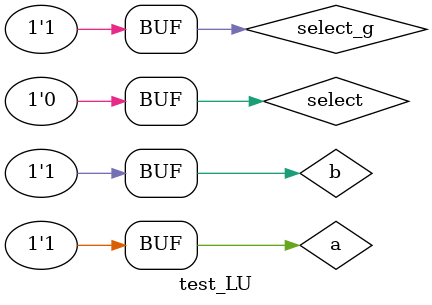
<source format=v>
module LU ( output s, s0, s1, s2, s3, sx, sy,
 input a, b, select, select_g );
// descrever por portas
and AND1(s0, a, b);
nand NAND1(s1, a, b);
mux MUX1(sx, s0, s1, select);

or OR1(s2, a, b);
nor NOR1(s3, a, b);
mux MUX2(sy, s2, s3, select);

mux MUX3(s, sx, sy, select_g);
endmodule // LU
// -------------------------
// multiplexer
// -------------------------
module mux ( output s,
 input a,
 input b,
 input select );
// definir dados locais
 wire not_select;
 wire sa;
 wire sb;
// descrever por portas
 not NOT1 ( not_select, select );
 and AND1 ( sa, a, not_select );
 and AND2 ( sb, b, select );
 or OR1 ( s , sa, sb );
endmodule // mux

module test_LU;
// ------------------------- definir dados
 reg a, b;
 reg select_g, select;
 wire s0, s1, s2, s3, s, sx, sy;
 
 LU modulo (s, s0, s1, s2, s3, sx, sy, a, b, select, select_g);
 initial
    begin
    a = 0; b = 0; select = 0; select_g = 0;
    end

// ------------------------- parte principal
 initial
 begin : main
 $display("Exemplo_0703 -  Laura Iara Silva Santos Xavier - 734661");
 $display("Test LU's module");
 $display(" a b x xg  sx sy s ");
 
 $monitor("%2b%2b%2b%2b %3b%3b%3b", a, b, select, select_g, sx, sy, s);
 #1 b = 1;
 #1 a = 1; b = 0;
 #1 b = 1;
 #1 a = 0; b = 0; select = 1;
 #1 b = 1;
 #1 a = 1; b = 0;
 #1 b = 1;
 #1 a = 0; b = 0; select_g = 1;
 #1 b = 1;
 #1 a = 1; b = 0;
 #1 b = 1;
 #1 a = 0; b = 0; select = 0;
 #1 b = 1;
 #1 a = 1; b = 0;
 #1 b = 1;
 
 
 end
endmodule // test_LU
</source>
